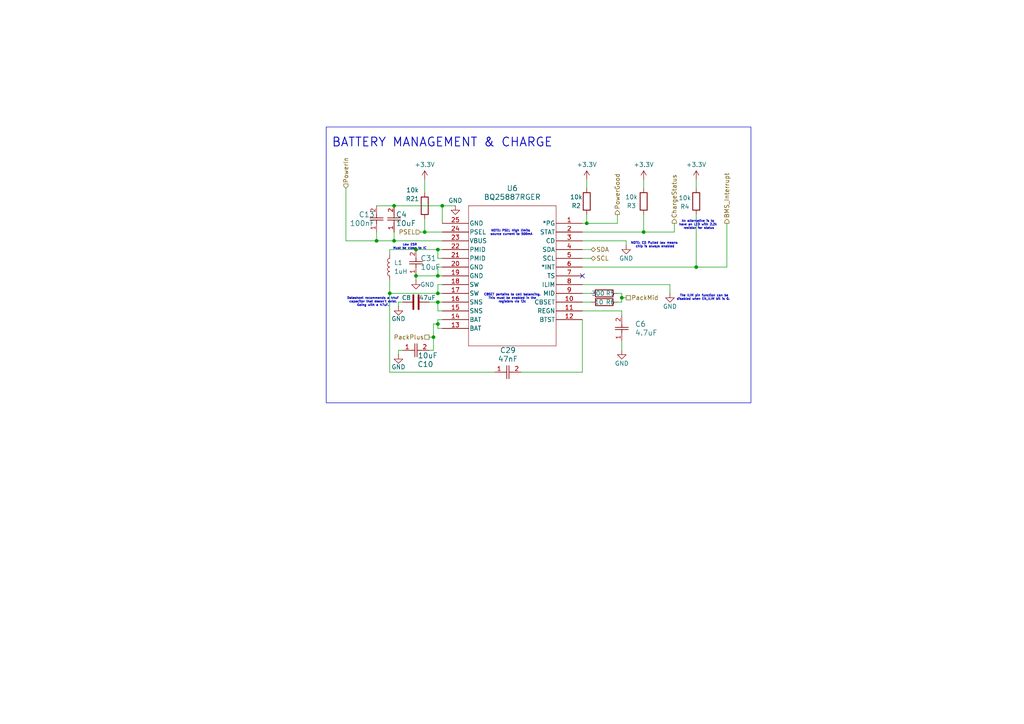
<source format=kicad_sch>
(kicad_sch (version 20250114) (generator "eeschema") (generator_version "9.0")
  (paper "A4")
  (title_block (title "GarBox") (date "2025-08-07") (rev "1"))
  (lib_symbols
    (symbol "BQ25887RGER:BQ25887RGER" (pin_names (offset 0.254))
      (property "Reference" "U" (at 20.32 10.16 0))
      (property "Value" "BQ25887RGER" (at 20.32 7.62 0))
      (symbol "BQ25887RGER_0_1"
        (polyline (pts (xy 7.62 5.08) (xy 7.62 -35.56)) (stroke (width 0.127)))
        (polyline (pts (xy 7.62 -35.56) (xy 33.02 -35.56)) (stroke (width 0.127)))
        (polyline (pts (xy 33.02 5.08) (xy 7.62 5.08)) (stroke (width 0.127)))
        (polyline (pts (xy 33.02 -35.56) (xy 33.02 5.08)) (stroke (width 0.127)))
        (pin output line (at 0 0 0) (length 7.62) (name "*PG") (number "1"))
        (pin output line (at 0 -2.54 0) (length 7.62) (name "STAT") (number "2"))
        (pin input line (at 0 -5.08 0) (length 7.62) (name "CD") (number "3"))
        (pin bidirectional line (at 0 -7.62 0) (length 7.62) (name "SDA") (number "4"))
        (pin input line (at 0 -10.16 0) (length 7.62) (name "SCL") (number "5"))
        (pin output line (at 0 -12.7 0) (length 7.62) (name "*INT") (number "6"))
        (pin unspecified line (at 0 -15.24 0) (length 7.62) (name "TS") (number "7"))
        (pin unspecified line (at 0 -17.78 0) (length 7.62) (name "ILIM") (number "8"))
        (pin unspecified line (at 0 -20.32 0) (length 7.62) (name "MID") (number "9"))
        (pin power_in line (at 0 -22.86 0) (length 7.62) (name "CBSET") (number "10"))
        (pin power_in line (at 0 -25.4 0) (length 7.62) (name "REGN") (number "11"))
        (pin power_in line (at 0 -27.94 0) (length 7.62) (name "BTST") (number "12"))
        (pin power_out line (at 40.64 0 180) (length 7.62) (name "GND") (number "25"))
        (pin input line (at 40.64 -2.54 180) (length 7.62) (name "PSEL") (number "24"))
        (pin power_in line (at 40.64 -5.08 180) (length 7.62) (name "VBUS") (number "23"))
        (pin power_in line (at 40.64 -7.62 180) (length 7.62) (name "PMID") (number "22"))
        (pin power_in line (at 40.64 -10.16 180) (length 7.62) (name "PMID") (number "21"))
        (pin power_out line (at 40.64 -12.7 180) (length 7.62) (name "GND") (number "20"))
        (pin power_out line (at 40.64 -15.24 180) (length 7.62) (name "GND") (number "19"))
        (pin power_in line (at 40.64 -17.78 180) (length 7.62) (name "SW") (number "18"))
        (pin power_in line (at 40.64 -20.32 180) (length 7.62) (name "SW") (number "17"))
        (pin unspecified line (at 40.64 -22.86 180) (length 7.62) (name "SNS") (number "16"))
        (pin unspecified line (at 40.64 -25.4 180) (length 7.62) (name "SNS") (number "15"))
        (pin power_in line (at 40.64 -27.94 180) (length 7.62) (name "BAT") (number "14"))
        (pin power_in line (at 40.64 -30.48 180) (length 7.62) (name "BAT") (number "13"))
      )
    )
    (symbol "CL05B104KO5NNNC:CL05B104KO5NNNC" (pin_names (offset 0.254))
      (property "Reference" "C" (at 3.81 3.81 0))
      (property "Value" "CL05B104KO5NNNC" (at 3.81 -3.81 0))
      (symbol "CL05B104KO5NNNC_1_1"
        (polyline (pts (xy 2.54 0) (xy 3.4798 0)) (stroke (width 0.2032)))
        (polyline (pts (xy 3.4798 -1.905) (xy 3.4798 1.905)) (stroke (width 0.2032)))
        (polyline (pts (xy 4.1148 0) (xy 5.08 0)) (stroke (width 0.2032)))
        (polyline (pts (xy 4.1148 -1.905) (xy 4.1148 1.905)) (stroke (width 0.2032)))
        (pin unspecified line (at 0 0 0) (length 2.54) (name "") (number "1"))
        (pin unspecified line (at 7.62 0 180) (length 2.54) (name "") (number "2"))
      )
      (symbol "CL05B104KO5NNNC_1_2"
        (polyline (pts (xy -1.905 -3.4798) (xy 1.905 -3.4798)) (stroke (width 0.2032)))
        (polyline (pts (xy -1.905 -4.1148) (xy 1.905 -4.1148)) (stroke (width 0.2032)))
        (polyline (pts (xy 0 -2.54) (xy 0 -3.4798)) (stroke (width 0.2032)))
        (polyline (pts (xy 0 -4.1148) (xy 0 -5.08)) (stroke (width 0.2032)))
        (pin unspecified line (at 0 0 270) (length 2.54) (name "") (number "1"))
        (pin unspecified line (at 0 -7.62 90) (length 2.54) (name "") (number "2"))
      )
    )
    (symbol "CL10B473KB8NNNC:CL10B473KB8NNNC" (pin_names (offset 0.254))
      (property "Reference" "C" (at 3.81 3.81 0))
      (property "Value" "CL10B473KB8NNNC" (at 3.81 -3.81 0))
      (symbol "CL10B473KB8NNNC_1_1"
        (polyline (pts (xy 2.54 0) (xy 3.4798 0)) (stroke (width 0.2032)))
        (polyline (pts (xy 3.4798 -1.905) (xy 3.4798 1.905)) (stroke (width 0.2032)))
        (polyline (pts (xy 4.1148 0) (xy 5.08 0)) (stroke (width 0.2032)))
        (polyline (pts (xy 4.1148 -1.905) (xy 4.1148 1.905)) (stroke (width 0.2032)))
        (pin unspecified line (at 0 0 0) (length 2.54) (name "") (number "1"))
        (pin unspecified line (at 7.62 0 180) (length 2.54) (name "") (number "2"))
      )
      (symbol "CL10B473KB8NNNC_1_2"
        (polyline (pts (xy -1.905 -3.4798) (xy 1.905 -3.4798)) (stroke (width 0.2032)))
        (polyline (pts (xy -1.905 -4.1148) (xy 1.905 -4.1148)) (stroke (width 0.2032)))
        (polyline (pts (xy 0 -2.54) (xy 0 -3.4798)) (stroke (width 0.2032)))
        (polyline (pts (xy 0 -4.1148) (xy 0 -5.08)) (stroke (width 0.2032)))
        (pin unspecified line (at 0 0 270) (length 2.54) (name "") (number "1"))
        (pin unspecified line (at 0 -7.62 90) (length 2.54) (name "") (number "2"))
      )
    )
    (symbol "CL21A106KAYNNNE:CL21A106KAYNNNE" (pin_names (offset 0.254))
      (property "Reference" "C" (at 3.81 3.81 0))
      (property "Value" "CL21A106KAYNNNE" (at 3.81 -3.81 0))
      (symbol "CL21A106KAYNNNE_1_1"
        (polyline (pts (xy 2.54 0) (xy 3.4798 0)) (stroke (width 0.2032)))
        (polyline (pts (xy 3.4798 -1.905) (xy 3.4798 1.905)) (stroke (width 0.2032)))
        (polyline (pts (xy 4.1148 0) (xy 5.08 0)) (stroke (width 0.2032)))
        (polyline (pts (xy 4.1148 -1.905) (xy 4.1148 1.905)) (stroke (width 0.2032)))
        (pin unspecified line (at 0 0 0) (length 2.54) (name "") (number "1"))
        (pin unspecified line (at 7.62 0 180) (length 2.54) (name "") (number "2"))
      )
      (symbol "CL21A106KAYNNNE_1_2"
        (polyline (pts (xy -1.905 -3.4798) (xy 1.905 -3.4798)) (stroke (width 0.2032)))
        (polyline (pts (xy -1.905 -4.1148) (xy 1.905 -4.1148)) (stroke (width 0.2032)))
        (polyline (pts (xy 0 -2.54) (xy 0 -3.4798)) (stroke (width 0.2032)))
        (polyline (pts (xy 0 -4.1148) (xy 0 -5.08)) (stroke (width 0.2032)))
        (pin unspecified line (at 0 0 270) (length 2.54) (name "") (number "1"))
        (pin unspecified line (at 0 -7.62 90) (length 2.54) (name "") (number "2"))
      )
    )
    (symbol "CL21A475KAQNNNE:CL21A475KAQNNNE" (pin_names (offset 0.254))
      (property "Reference" "C" (at 3.81 3.81 0))
      (property "Value" "CL21A475KAQNNNE" (at 3.81 -3.81 0))
      (symbol "CL21A475KAQNNNE_1_1"
        (polyline (pts (xy 2.54 0) (xy 3.4798 0)) (stroke (width 0.2032)))
        (polyline (pts (xy 3.4798 -1.905) (xy 3.4798 1.905)) (stroke (width 0.2032)))
        (polyline (pts (xy 4.1148 0) (xy 5.08 0)) (stroke (width 0.2032)))
        (polyline (pts (xy 4.1148 -1.905) (xy 4.1148 1.905)) (stroke (width 0.2032)))
        (pin unspecified line (at 0 0 0) (length 2.54) (name "") (number "1"))
        (pin unspecified line (at 7.62 0 180) (length 2.54) (name "") (number "2"))
      )
      (symbol "CL21A475KAQNNNE_1_2"
        (polyline (pts (xy -1.905 -3.4798) (xy 1.905 -3.4798)) (stroke (width 0.2032)))
        (polyline (pts (xy -1.905 -4.1148) (xy 1.905 -4.1148)) (stroke (width 0.2032)))
        (polyline (pts (xy 0 -2.54) (xy 0 -3.4798)) (stroke (width 0.2032)))
        (polyline (pts (xy 0 -4.1148) (xy 0 -5.08)) (stroke (width 0.2032)))
        (pin unspecified line (at 0 0 270) (length 2.54) (name "") (number "1"))
        (pin unspecified line (at 0 -7.62 90) (length 2.54) (name "") (number "2"))
      )
    )
    (symbol "CL31A106KBHNNNE:CL31A106KBHNNNE" (pin_names (offset 0.254))
      (property "Reference" "C" (at 3.81 3.81 0))
      (property "Value" "CL31A106KBHNNNE" (at 3.81 -3.81 0))
      (symbol "CL31A106KBHNNNE_1_1"
        (polyline (pts (xy 2.54 0) (xy 3.4798 0)) (stroke (width 0.2032)))
        (polyline (pts (xy 3.4798 -1.905) (xy 3.4798 1.905)) (stroke (width 0.2032)))
        (polyline (pts (xy 4.1148 0) (xy 5.08 0)) (stroke (width 0.2032)))
        (polyline (pts (xy 4.1148 -1.905) (xy 4.1148 1.905)) (stroke (width 0.2032)))
        (pin unspecified line (at 0 0 0) (length 2.54) (name "") (number "1"))
        (pin unspecified line (at 7.62 0 180) (length 2.54) (name "") (number "2"))
      )
      (symbol "CL31A106KBHNNNE_1_2"
        (polyline (pts (xy -1.905 -3.4798) (xy 1.905 -3.4798)) (stroke (width 0.2032)))
        (polyline (pts (xy -1.905 -4.1148) (xy 1.905 -4.1148)) (stroke (width 0.2032)))
        (polyline (pts (xy 0 -2.54) (xy 0 -3.4798)) (stroke (width 0.2032)))
        (polyline (pts (xy 0 -4.1148) (xy 0 -5.08)) (stroke (width 0.2032)))
        (pin unspecified line (at 0 0 270) (length 2.54) (name "") (number "1"))
        (pin unspecified line (at 0 -7.62 90) (length 2.54) (name "") (number "2"))
      )
    )
    (symbol "Device:C" (pin_numbers (hide yes)) (pin_names (offset 0.254))
      (property "Reference" "C" (at 0.635 2.54 0))
      (property "Value" "C" (at 0.635 -2.54 0))
      (symbol "C_0_1"
        (polyline (pts (xy -2.032 0.762) (xy 2.032 0.762)) (stroke (width 0.508)))
        (polyline (pts (xy -2.032 -0.762) (xy 2.032 -0.762)) (stroke (width 0.508)))
      )
      (symbol "C_1_1"
        (pin passive line (at 0 3.81 270) (length 2.794) (name "~") (number "1"))
        (pin passive line (at 0 -3.81 90) (length 2.794) (name "~") (number "2"))
      )
    )
    (symbol "Device:L" (pin_numbers (hide yes)) (pin_names (offset 1.016) (hide yes))
      (property "Reference" "L" (at -1.27 0 90))
      (property "Value" "L" (at 1.905 0 90))
      (symbol "L_0_1"
        (arc (start 0 2.54) (mid 0.6323 1.905) (end 0 1.27))
        (arc (start 0 1.27) (mid 0.6323 0.635) (end 0 0))
        (arc (start 0 0) (mid 0.6323 -0.635) (end 0 -1.27))
        (arc (start 0 -1.27) (mid 0.6323 -1.905) (end 0 -2.54))
      )
      (symbol "L_1_1"
        (pin passive line (at 0 3.81 270) (length 1.27) (name "1") (number "1"))
        (pin passive line (at 0 -3.81 90) (length 1.27) (name "2") (number "2"))
      )
    )
    (symbol "Device:R" (pin_numbers (hide yes)) (pin_names (offset 0))
      (property "Reference" "R" (at 2.032 0 90))
      (property "Value" "R" (at 0 0 90))
      (symbol "R_0_1"
        (rectangle (start -1.016 -2.54) (end 1.016 2.54) (stroke (width 0.254)))
      )
      (symbol "R_1_1"
        (pin passive line (at 0 3.81 270) (length 1.27) (name "~") (number "1"))
        (pin passive line (at 0 -3.81 90) (length 1.27) (name "~") (number "2"))
      )
    )
    (symbol "power:+3.3V" (power) (pin_numbers (hide yes)) (pin_names (offset 0) (hide yes))
      (property "Value" "+3.3V" (at 0 3.556 0))
      (symbol "+3.3V_0_1"
        (polyline (pts (xy -0.762 1.27) (xy 0 2.54)))
        (polyline (pts (xy 0 2.54) (xy 0.762 1.27)))
        (polyline (pts (xy 0 0) (xy 0 2.54)))
      )
      (symbol "+3.3V_1_1"
        (pin power_in line (at 0 0 90) (length 0) (name "~") (number "1"))
      )
    )
    (symbol "power:GND" (power) (pin_numbers (hide yes)) (pin_names (offset 0) (hide yes))
      (property "Value" "GND" (at 0 -3.81 0))
      (symbol "GND_0_1"
        (polyline (pts (xy 0 0) (xy 0 -1.27) (xy 1.27 -1.27) (xy 0 -2.54) (xy -1.27 -1.27) (xy 0 -1.27)))
      )
      (symbol "GND_1_1"
        (pin power_in line (at 0 0 270) (length 0) (name "~") (number "1"))
      )
    )
  )
  (rectangle (start 94.615 36.83) (end 217.805 116.84))
  (text "BATTERY MANAGEMENT & CHARGE" (at 128.27 41.402 0) (effects (font (size 2.54 2.54) (thickness 0.254) (bold yes))))
  (text "NOTE: CD Pulled low means \nchip is always enabled" (at 189.992 71.12 0) (effects (font (size 0.635 0.635))))
  (text "CBSET pertains to cell balancing.\nThis must be enabled in the\nregisters via i2c" (at 148.59 86.614 0) (effects (font (size 0.635 0.635))))
  (text "Datasheet recommends a 44uF\ncapacitor that doesn't exist.\nGoing with a 47uF." (at 108.204 87.63 0) (effects (font (size 0.635 0.635))))
  (text "NOTE: PSEL High limits \nsource current to 500mA" (at 148.336 67.564 0) (effects (font (size 0.635 0.635))))
  (text "Low ESR\nMust be close to IC" (at 118.872 71.628 0) (effects (font (size 0.635 0.635))))
  (text "An alternative is to \nhave an LED with 2.2k \nresistor for status" (at 202.692 65.278 0) (effects (font (size 0.635 0.635))))
  (text "The ILIM pin function can be\ndisabled when EN_ILIM bit is 0. " (at 204.216 86.36 0) (effects (font (size 0.635 0.635))))
  (junction (at 186.69 67.31))
  (junction (at 127 85.09))
  (junction (at 127 93.98))
  (junction (at 123.19 67.31))
  (junction (at 170.18 64.77))
  (junction (at 128.27 59.69))
  (junction (at 120.65 80.01))
  (junction (at 201.93 77.47))
  (junction (at 127 72.39))
  (junction (at 114.3 69.85))
  (junction (at 109.22 69.85))
  (junction (at 127 87.63))
  (junction (at 113.03 85.09))
  (junction (at 180.34 86.36))
  (junction (at 127 80.01))
  (junction (at 120.65 72.39))
  (junction (at 114.3 59.69))
  (junction (at 125.73 97.79))
  (no_connect (at 168.91 80.01))
  (wire (pts (xy 114.3 59.69) (xy 128.27 59.69)))
  (wire (pts (xy 115.57 101.6) (xy 116.84 101.6)))
  (wire (pts (xy 168.91 82.55) (xy 194.31 82.55)))
  (wire (pts (xy 127 77.47) (xy 127 80.01)))
  (wire (pts (xy 100.33 69.85) (xy 109.22 69.85)))
  (wire (pts (xy 170.18 62.23) (xy 170.18 64.77)))
  (wire (pts (xy 127 87.63) (xy 127 90.17)))
  (wire (pts (xy 168.91 87.63) (xy 171.45 87.63)))
  (wire (pts (xy 168.91 74.93) (xy 171.45 74.93)))
  (wire (pts (xy 128.27 82.55) (xy 127 82.55)))
  (wire (pts (xy 125.73 93.98) (xy 127 93.98)))
  (wire (pts (xy 109.22 69.85) (xy 114.3 69.85)))
  (wire (pts (xy 170.18 52.07) (xy 170.18 54.61)))
  (wire (pts (xy 113.03 81.28) (xy 113.03 85.09)))
  (wire (pts (xy 195.58 64.77) (xy 195.58 67.31)))
  (wire (pts (xy 114.3 69.85) (xy 128.27 69.85)))
  (wire (pts (xy 115.57 87.63) (xy 116.84 87.63)))
  (wire (pts (xy 195.58 67.31) (xy 186.69 67.31)))
  (wire (pts (xy 125.73 101.6) (xy 125.73 97.79)))
  (wire (pts (xy 115.57 88.9) (xy 115.57 87.63)))
  (wire (pts (xy 127 74.93) (xy 127 72.39)))
  (wire (pts (xy 180.34 90.17) (xy 168.91 90.17)))
  (wire (pts (xy 143.51 107.95) (xy 113.03 107.95)))
  (wire (pts (xy 128.27 74.93) (xy 127 74.93)))
  (wire (pts (xy 100.33 54.61) (xy 100.33 69.85)))
  (wire (pts (xy 124.46 97.79) (xy 125.73 97.79)))
  (wire (pts (xy 168.91 64.77) (xy 170.18 64.77)))
  (wire (pts (xy 181.61 71.12) (xy 181.61 69.85)))
  (wire (pts (xy 186.69 52.07) (xy 186.69 54.61)))
  (wire (pts (xy 181.61 69.85) (xy 168.91 69.85)))
  (wire (pts (xy 115.57 102.87) (xy 115.57 101.6)))
  (wire (pts (xy 180.34 90.17) (xy 180.34 91.44)))
  (wire (pts (xy 125.73 93.98) (xy 125.73 97.79)))
  (wire (pts (xy 179.07 87.63) (xy 180.34 87.63)))
  (wire (pts (xy 128.27 80.01) (xy 127 80.01)))
  (wire (pts (xy 186.69 62.23) (xy 186.69 67.31)))
  (wire (pts (xy 128.27 92.71) (xy 127 92.71)))
  (wire (pts (xy 113.03 107.95) (xy 113.03 85.09)))
  (wire (pts (xy 168.91 107.95) (xy 151.13 107.95)))
  (wire (pts (xy 113.03 85.09) (xy 127 85.09)))
  (wire (pts (xy 109.22 67.31) (xy 109.22 69.85)))
  (wire (pts (xy 113.03 72.39) (xy 113.03 73.66)))
  (wire (pts (xy 120.65 80.01) (xy 127 80.01)))
  (wire (pts (xy 201.93 77.47) (xy 168.91 77.47)))
  (wire (pts (xy 124.46 101.6) (xy 125.73 101.6)))
  (wire (pts (xy 127 93.98) (xy 127 95.25)))
  (wire (pts (xy 113.03 72.39) (xy 120.65 72.39)))
  (wire (pts (xy 210.82 64.77) (xy 210.82 77.47)))
  (wire (pts (xy 168.91 72.39) (xy 171.45 72.39)))
  (wire (pts (xy 127 87.63) (xy 128.27 87.63)))
  (wire (pts (xy 179.07 85.09) (xy 180.34 85.09)))
  (wire (pts (xy 180.34 86.36) (xy 181.61 86.36)))
  (wire (pts (xy 210.82 77.47) (xy 201.93 77.47)))
  (wire (pts (xy 127 95.25) (xy 128.27 95.25)))
  (wire (pts (xy 179.07 62.23) (xy 179.07 64.77)))
  (wire (pts (xy 180.34 99.06) (xy 180.34 101.6)))
  (wire (pts (xy 127 77.47) (xy 128.27 77.47)))
  (wire (pts (xy 128.27 67.31) (xy 123.19 67.31)))
  (wire (pts (xy 168.91 85.09) (xy 171.45 85.09)))
  (wire (pts (xy 124.46 87.63) (xy 127 87.63)))
  (wire (pts (xy 127 85.09) (xy 128.27 85.09)))
  (wire (pts (xy 128.27 64.77) (xy 128.27 59.69)))
  (wire (pts (xy 127 82.55) (xy 127 85.09)))
  (wire (pts (xy 128.27 59.69) (xy 132.08 59.69)))
  (wire (pts (xy 201.93 62.23) (xy 201.93 77.47)))
  (wire (pts (xy 120.65 72.39) (xy 127 72.39)))
  (wire (pts (xy 121.92 67.31) (xy 123.19 67.31)))
  (wire (pts (xy 168.91 92.71) (xy 168.91 107.95)))
  (wire (pts (xy 127 90.17) (xy 128.27 90.17)))
  (wire (pts (xy 120.65 80.01) (xy 120.65 81.28)))
  (wire (pts (xy 109.22 59.69) (xy 114.3 59.69)))
  (wire (pts (xy 114.3 67.31) (xy 114.3 69.85)))
  (wire (pts (xy 170.18 64.77) (xy 179.07 64.77)))
  (wire (pts (xy 127 72.39) (xy 128.27 72.39)))
  (wire (pts (xy 123.19 55.88) (xy 123.19 52.07)))
  (wire (pts (xy 127 92.71) (xy 127 93.98)))
  (wire (pts (xy 180.34 87.63) (xy 180.34 86.36)))
  (wire (pts (xy 201.93 52.07) (xy 201.93 54.61)))
  (wire (pts (xy 180.34 86.36) (xy 180.34 85.09)))
  (wire (pts (xy 194.31 85.09) (xy 194.31 82.55)))
  (wire (pts (xy 123.19 67.31) (xy 123.19 63.5)))
  (wire (pts (xy 186.69 67.31) (xy 168.91 67.31)))
  (hierarchical_label "SDA" (shape bidirectional) (at 171.45 72.39 0))
  (hierarchical_label "PackMid" (shape passive) (at 181.61 86.36 0))
  (hierarchical_label "BMS_Interrupt" (shape output) (at 210.82 64.77 90))
  (hierarchical_label "PackPlus" (shape passive) (at 124.46 97.79 180))
  (hierarchical_label "ChargeStatus" (shape output) (at 195.58 64.77 90))
  (hierarchical_label "PowerIn" (shape input) (at 100.33 54.61 90))
  (hierarchical_label "PSEL" (shape input) (at 121.92 67.31 180))
  (hierarchical_label "PowerGood" (shape output) (at 179.07 62.23 90))
  (hierarchical_label "SCL" (shape bidirectional) (at 171.45 74.93 0))
  (symbol (lib_id "Device:R") (at 175.26 87.63 90) (unit 1)
    (property "Reference" "R6" (at 177.038 87.63 90))
    (property "Value" "10" (at 173.736 87.63 90))
    (property "Footprint" "Resistor_SMD:R_2512_6332Metric" (effects (hide yes)))
    (property "Description" "25121WJ0100T4E" (effects (hide yes)))
    (property "MPN" "C16861" (effects (hide yes)))
  )
  (symbol (lib_id "CL05B104KO5NNNC:CL05B104KO5NNNC") (at 109.22 67.31 270) (mirror x) (unit 1)
    (property "Reference" "C13" (at 108.712 62.23 90) (effects (font (size 1.524 1.524)) (justify right)))
    (property "Value" "100nF" (at 108.712 64.77 90) (effects (font (size 1.524 1.524)) (justify right)))
    (property "Footprint" "CL05B224KO5NNNC:CAPC1005X55N" (effects (hide yes)))
    (property "Datasheet" "CL05B104KO5NNNC" (effects (hide yes)))
    (property "Description" "CL05B104KO5NNNC" (effects (hide yes)))
    (property "MPN" "C1525" (effects (hide yes)))
  )
  (symbol (lib_id "power:+3.3V") (at 186.69 52.07 0) (unit 1)
    (property "Reference" "#PWR06" (effects (hide yes)))
    (property "Value" "+3.3V" (at 186.69 47.752 0))
    (property "Description" "Power symbol creates a global label with name \"+3.3V\"" (effects (hide yes)))
  )
  (symbol (lib_id "power:GND") (at 194.31 85.09 0) (unit 1)
    (property "Reference" "#PWR09" (effects (hide yes)))
    (property "Value" "GND" (at 194.31 88.9 0))
    (property "Description" "Power symbol creates a global label with name \"GND\" , ground" (effects (hide yes)))
  )
  (symbol (lib_id "power:GND") (at 120.65 81.28 0) (unit 1)
    (property "Reference" "#PWR011" (effects (hide yes)))
    (property "Value" "GND" (at 123.952 82.55 0))
    (property "Description" "Power symbol creates a global label with name \"GND\" , ground" (effects (hide yes)))
  )
  (symbol (lib_id "Device:R") (at 170.18 58.42 0) (unit 1)
    (property "Reference" "R2" (at 167.132 59.69 0))
    (property "Value" "10k" (at 167.132 57.15 0))
    (property "Footprint" "Resistor_SMD:R_0201_0603Metric" (effects (hide yes)))
    (property "Description" "0603WAF1002T5E" (effects (hide yes)))
    (property "MPN" "C25804" (effects (hide yes)))
  )
  (symbol (lib_id "CL21A106KAYNNNE:CL21A106KAYNNNE") (at 120.65 80.01 90) (unit 1)
    (property "Reference" "C31" (at 121.92 74.93 90) (effects (font (size 1.524 1.524)) (justify right)))
    (property "Value" "10uF" (at 121.92 77.47 90) (effects (font (size 1.524 1.524)) (justify right)))
    (property "Footprint" "CL21A106KAYNNNE:CAP_CL21_SAM" (effects (hide yes)))
    (property "Datasheet" "CL21A106KAYNNNE" (effects (hide yes)))
    (property "Description" "CL21A106KAYNNNE" (effects (hide yes)))
    (property "MPN" "C15850" (effects (hide yes)))
  )
  (symbol (lib_id "BQ25887RGER:BQ25887RGER") (at 168.91 64.77 0) (mirror y) (unit 1)
    (property "Reference" "U6" (at 148.59 54.61 0) (effects (font (size 1.524 1.524))))
    (property "Value" "BQ25887RGER" (at 148.59 57.15 0) (effects (font (size 1.524 1.524))))
    (property "Footprint" "BQ25887RGER:VQFN24_RGE_TEX" (effects (hide yes)))
    (property "Datasheet" "https://www.ti.com/lit/gpn/bq25887" (effects (hide yes)))
    (property "Description" "Battery Management Chip" (effects (hide yes)))
    (property "MPN" "C2761614" (effects (hide yes)))
  )
  (symbol (lib_id "power:+3.3V") (at 123.19 52.07 0) (unit 1)
    (property "Reference" "#PWR03" (effects (hide yes)))
    (property "Value" "+3.3V" (at 123.19 47.752 0))
    (property "Description" "Power symbol creates a global label with name \"+3.3V\"" (effects (hide yes)))
  )
  (symbol (lib_id "Device:R") (at 186.69 58.42 0) (unit 1)
    (property "Reference" "R3" (at 183.134 59.69 0))
    (property "Value" "10k" (at 183.134 57.15 0))
    (property "Footprint" "Resistor_SMD:R_0201_0603Metric" (effects (hide yes)))
    (property "Description" "0603WAF1002T5E" (effects (hide yes)))
    (property "MPN" "C25804" (effects (hide yes)))
  )
  (symbol (lib_id "CL21A106KAYNNNE:CL21A106KAYNNNE") (at 114.3 67.31 90) (unit 1)
    (property "Reference" "C4" (at 114.808 62.23 90) (effects (font (size 1.524 1.524)) (justify right)))
    (property "Value" "10uF" (at 114.808 64.77 90) (effects (font (size 1.524 1.524)) (justify right)))
    (property "Footprint" "CL21A106KAYNNNE:CAP_CL21_SAM" (effects (hide yes)))
    (property "Datasheet" "CL21A106KAYNNNE" (effects (hide yes)))
    (property "Description" "CL21A106KAYNNNE" (effects (hide yes)))
    (property "MPN" "C15850" (effects (hide yes)))
  )
  (symbol (lib_id "power:+3.3V") (at 201.93 52.07 0) (unit 1)
    (property "Reference" "#PWR08" (effects (hide yes)))
    (property "Value" "+3.3V" (at 201.93 47.752 0))
    (property "Description" "Power symbol creates a global label with name \"+3.3V\"" (effects (hide yes)))
  )
  (symbol (lib_id "power:GND") (at 132.08 59.69 0) (unit 1)
    (property "Reference" "#PWR01" (effects (hide yes)))
    (property "Value" "GND" (at 132.08 58.166 0))
    (property "Description" "Power symbol creates a global label with name \"GND\" , ground" (effects (hide yes)))
  )
  (symbol (lib_id "power:GND") (at 115.57 102.87 0) (unit 1)
    (property "Reference" "#PWR013" (effects (hide yes)))
    (property "Value" "GND" (at 115.57 106.426 0))
    (property "Description" "Power symbol creates a global label with name \"GND\" , ground" (effects (hide yes)))
  )
  (symbol (lib_id "CL10B473KB8NNNC:CL10B473KB8NNNC") (at 143.51 107.95 0) (unit 1)
    (property "Reference" "C29" (at 147.32 101.6 0) (effects (font (size 1.524 1.524))))
    (property "Value" "47nF" (at 147.32 104.14 0) (effects (font (size 1.524 1.524))))
    (property "Footprint" "CL10B473KB8NNNC:CAP_CL10_SAM" (effects (hide yes)))
    (property "Datasheet" "CL10B473KB8NNNC" (effects (hide yes)))
    (property "Description" "CL10B473KB8NNNC" (effects (hide yes)))
    (property "MPN" "C1622" (effects (hide yes)))
  )
  (symbol (lib_id "Device:R") (at 201.93 58.42 0) (unit 1)
    (property "Reference" "R4" (at 198.628 59.944 0))
    (property "Value" "10k" (at 198.628 57.404 0))
    (property "Footprint" "Resistor_SMD:R_0201_0603Metric" (effects (hide yes)))
    (property "Description" "0603WAF1002T5E" (effects (hide yes)))
    (property "MPN" "C25804" (effects (hide yes)))
  )
  (symbol (lib_id "power:GND") (at 180.34 101.6 0) (unit 1)
    (property "Reference" "#PWR010" (effects (hide yes)))
    (property "Value" "GND" (at 180.34 105.41 0))
    (property "Description" "Power symbol creates a global label with name \"GND\" , ground" (effects (hide yes)))
  )
  (symbol (lib_id "Device:R") (at 123.19 59.69 0) (unit 1)
    (property "Reference" "R21" (at 119.634 57.658 0))
    (property "Value" "10k" (at 119.634 55.118 0))
    (property "Footprint" "Resistor_SMD:R_0201_0603Metric" (effects (hide yes)))
    (property "Description" "0603WAF1002T5E" (effects (hide yes)))
    (property "MPN" "C25804" (effects (hide yes)))
  )
  (symbol (lib_id "CL21A475KAQNNNE:CL21A475KAQNNNE") (at 180.34 99.06 90) (unit 1)
    (property "Reference" "C6" (at 184.15 93.9799 90) (effects (font (size 1.524 1.524)) (justify right)))
    (property "Value" "4.7uF" (at 184.15 96.5199 90) (effects (font (size 1.524 1.524)) (justify right)))
    (property "Footprint" "Capacitor_SMD:C_0805_2012Metric" (effects (hide yes)))
    (property "Datasheet" "CL21A475KAQNNNE" (effects (hide yes)))
    (property "Description" "CL21A475KAQNNNE" (effects (hide yes)))
    (property "MPN" "C1779" (effects (hide yes)))
  )
  (symbol (lib_id "Device:C") (at 120.65 87.63 270) (unit 1)
    (property "Reference" "C8" (at 117.856 86.36 90))
    (property "Value" "47uF" (at 123.952 86.36 90))
    (property "Footprint" "Capacitor_SMD:C_1206_3216Metric" (effects (hide yes)))
    (property "Description" "CL31A476MPHNNNE" (effects (hide yes)))
    (property "MPN" "C96123" (effects (hide yes)))
  )
  (symbol (lib_id "Device:L") (at 113.03 77.47 180) (unit 1)
    (property "Reference" "L1" (at 114.3 76.1999 0) (effects (justify right)))
    (property "Value" "1uH" (at 114.3 78.7399 0) (effects (justify right)))
    (property "Footprint" "Inductor_SMD:L_Wuerth_WE-GF-1210" (effects (hide yes)))
    (property "Datasheet" "https://jlcpcb.com/api/file/downloadByFileSystemAccessId/8588954646107074560" (effects (hide yes)))
    (property "Description" "DFE322520FD-1R0M=P2" (effects (hide yes)))
    (property "MPN" "C439775" (effects (hide yes)))
  )
  (symbol (lib_id "CL31A106KBHNNNE:CL31A106KBHNNNE") (at 116.84 101.6 0) (unit 1)
    (property "Reference" "C10" (at 125.73 105.664 0) (effects (font (size 1.524 1.524)) (justify right)))
    (property "Value" "10uF" (at 127 103.124 0) (effects (font (size 1.524 1.524)) (justify right)))
    (property "Footprint" "CL31A106KBHNNNE:CAP_CL31_SAM" (effects (hide yes)))
    (property "Datasheet" "CL31A106KBHNNNE" (effects (hide yes)))
    (property "Description" "CL31A106KBHNNNE" (effects (hide yes)))
    (property "MPN" "C13585" (effects (hide yes)))
  )
  (symbol (lib_id "power:+3.3V") (at 170.18 52.07 0) (unit 1)
    (property "Reference" "#PWR05" (effects (hide yes)))
    (property "Value" "+3.3V" (at 170.18 47.752 0))
    (property "Description" "Power symbol creates a global label with name \"+3.3V\"" (effects (hide yes)))
  )
  (symbol (lib_id "power:GND") (at 181.61 71.12 0) (unit 1)
    (property "Reference" "#PWR07" (effects (hide yes)))
    (property "Value" "GND" (at 181.61 74.93 0))
    (property "Description" "Power symbol creates a global label with name \"GND\" , ground" (effects (hide yes)))
  )
  (symbol (lib_id "Device:R") (at 175.26 85.09 90) (unit 1)
    (property "Reference" "R5" (at 177.038 85.09 90))
    (property "Value" "300" (at 173.482 85.09 90))
    (property "Footprint" "Resistor_SMD:R_0201_0603Metric" (effects (hide yes)))
    (property "Description" "0603WAF3000T5E" (effects (hide yes)))
    (property "MPN" "C23025" (effects (hide yes)))
  )
  (symbol (lib_id "power:GND") (at 115.57 88.9 0) (unit 1)
    (property "Reference" "#PWR012" (effects (hide yes)))
    (property "Value" "GND" (at 115.57 92.456 0))
    (property "Description" "Power symbol creates a global label with name \"GND\" , ground" (effects (hide yes)))
  )
)
</source>
